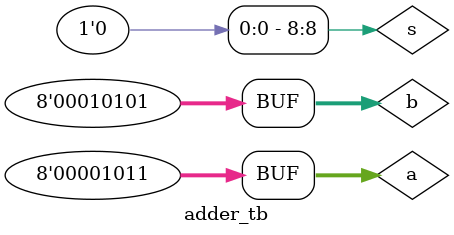
<source format=v>
module adder(a,b,s,cout);
input[7:0]a,b;
output [7:0]s;
output cout;
wire c1,c2,c3,c4,c5,c6,c7;
aha a0 (a[0],b[0],s[0]);
afa a1(a[1],b[1],a[2],b[2],s[1]);
ha a2 (a[2],b[2],s[2],c1);
fa a3 (a[3],b[3],c1,s[3],c2);
fa a4 (a[4],b[4],c2,s[4],c3);
fa a5 (a[5],b[5],c3,s[5],c4);
fa a6 (a[6],b[6],c4,s[6],c5);
fa a7 (a[7],b[7],c5,s[7],c6);
fa a8 (c6,1'b0,1'b1,s[8],cout);



endmodule

module adder_tb();

reg [7:0]a,b;
wire [8:0]s;
wire cout;


adder u1 (a,b,s,cout);


initial
begin

a= 8'd16;
b= 8'd15;
#100;

a= 8'd11;
b= 8'd21;
end
	 
endmodule

</source>
